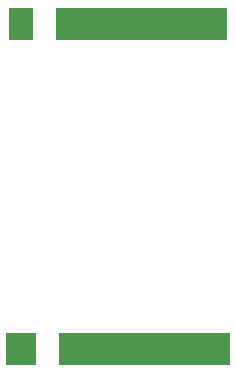
<source format=gts>
G04*
G04 #@! TF.GenerationSoftware,Altium Limited,Altium Designer,22.2.1 (43)*
G04*
G04 Layer_Color=8388736*
%FSLAX25Y25*%
%MOIN*%
G70*
G04*
G04 #@! TF.SameCoordinates,5CCBFE73-73B7-4967-902F-BF686D1F8584*
G04*
G04*
G04 #@! TF.FilePolarity,Negative*
G04*
G01*
G75*
%ADD11R,0.02178X0.10642*%
D11*
X7874Y113189D02*
D03*
X9843D02*
D03*
X11811D02*
D03*
X13780D02*
D03*
X23622D02*
D03*
X25591D02*
D03*
X27559D02*
D03*
X29528D02*
D03*
X31496D02*
D03*
X33465D02*
D03*
X35433D02*
D03*
X37402D02*
D03*
X39370D02*
D03*
X41339D02*
D03*
X43307D02*
D03*
X45276D02*
D03*
X47244D02*
D03*
X49213D02*
D03*
X51181D02*
D03*
X53150D02*
D03*
X55118D02*
D03*
X57087D02*
D03*
X59055D02*
D03*
X61024D02*
D03*
X62992D02*
D03*
X64961D02*
D03*
X66929D02*
D03*
X68898D02*
D03*
X70866D02*
D03*
X72835D02*
D03*
X74803D02*
D03*
X76772D02*
D03*
X78740D02*
D03*
X6890Y4921D02*
D03*
X8858D02*
D03*
X10827D02*
D03*
X12795D02*
D03*
X14764D02*
D03*
X24606D02*
D03*
X26575D02*
D03*
X28543D02*
D03*
X30512D02*
D03*
X32480D02*
D03*
X34449D02*
D03*
X36417D02*
D03*
X38386D02*
D03*
X40354D02*
D03*
X42323D02*
D03*
X44291D02*
D03*
X46260D02*
D03*
X48228D02*
D03*
X50197D02*
D03*
X52165D02*
D03*
X54134D02*
D03*
X56102D02*
D03*
X58071D02*
D03*
X60039D02*
D03*
X62008D02*
D03*
X63976D02*
D03*
X65945D02*
D03*
X67913D02*
D03*
X69882D02*
D03*
X71850D02*
D03*
X73819D02*
D03*
X75787D02*
D03*
X77756D02*
D03*
X79724D02*
D03*
M02*

</source>
